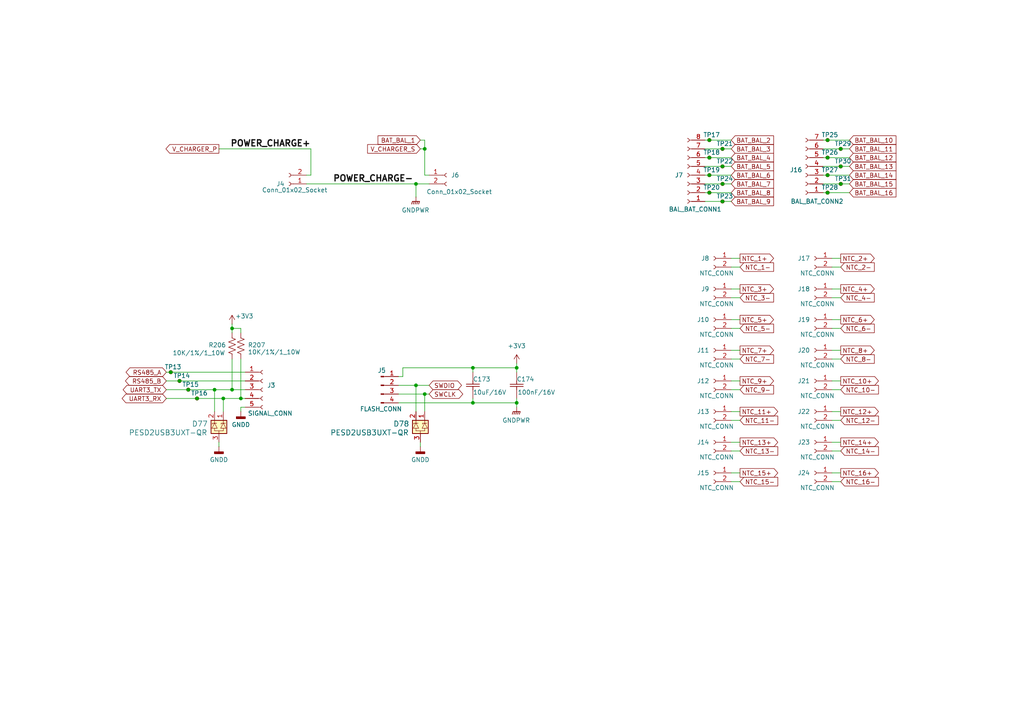
<source format=kicad_sch>
(kicad_sch (version 20231120) (generator "eeschema") (generator_version "8.0")
  (paper "A4")
  (title_block (title "CONNECTOR") (date "2024-09-04"))
  (lib_symbols
    (symbol "Ceramic_Cap_SMD_100nF_16V_3" (pin_numbers hide) (pin_names hide)
      (property "Reference" "C" (at 1.016 2.794 0))
      (property "Value" "100nF/16V" (at 0.254 5.334 0))
      (symbol "Ceramic_Cap_SMD_100nF_16V_3_1_1"
        (polyline (pts (xy 1.27 0) (xy 2.2098 0)) (stroke (width 0.2032)))
        (polyline (pts (xy 2.2098 -1.905) (xy 2.2098 1.905)) (stroke (width 0.2032)))
        (polyline (pts (xy 2.8448 -1.905) (xy 2.8448 1.905)) (stroke (width 0.2032)))
        (polyline (pts (xy 2.8448 0) (xy 3.81 0)) (stroke (width 0.2032)))
        (pin unspecified line (at -1.27 0 0) (length 2.54) (name "") (number "1"))
        (pin unspecified line (at 6.35 0 180) (length 2.54) (name "") (number "2"))
      )
    )
    (symbol "Connector:Conn_01x02_Socket" (pin_names (offset 1.016) hide)
      (property "Reference" "J" (at 0 2.54 0))
      (property "Value" "Conn_01x02_Socket" (at 0 -5.08 0))
      (symbol "Conn_01x02_Socket_1_1"
        (arc (start 0 -2.032) (mid -0.5058 -2.54) (end 0 -3.048) (stroke (width 0.1524)))
        (polyline (pts (xy -1.27 -2.54) (xy -0.508 -2.54)) (stroke (width 0.1524)))
        (polyline (pts (xy -1.27 0) (xy -0.508 0)) (stroke (width 0.1524)))
        (arc (start 0 0.508) (mid -0.5058 0) (end 0 -0.508) (stroke (width 0.1524)))
        (pin passive line (at -5.08 0 0) (length 3.81) (name "Pin_1") (number "1"))
        (pin passive line (at -5.08 -2.54 0) (length 3.81) (name "Pin_2") (number "2"))
      )
    )
    (symbol "Connector:Conn_01x04_Pin" (pin_names (offset 1.016) hide)
      (property "Reference" "J" (at 0 5.08 0))
      (property "Value" "Conn_01x04_Pin" (at 0 -7.62 0))
      (symbol "Conn_01x04_Pin_1_1"
        (polyline (pts (xy 1.27 -5.08) (xy 0.8636 -5.08)) (stroke (width 0.1524)))
        (polyline (pts (xy 1.27 -2.54) (xy 0.8636 -2.54)) (stroke (width 0.1524)))
        (polyline (pts (xy 1.27 0) (xy 0.8636 0)) (stroke (width 0.1524)))
        (polyline (pts (xy 1.27 2.54) (xy 0.8636 2.54)) (stroke (width 0.1524)))
        (rectangle (start 0.8636 -4.953) (end 0 -5.207) (stroke (width 0.1524)) (fill (type outline)))
        (rectangle (start 0.8636 -2.413) (end 0 -2.667) (stroke (width 0.1524)) (fill (type outline)))
        (rectangle (start 0.8636 0.127) (end 0 -0.127) (stroke (width 0.1524)) (fill (type outline)))
        (rectangle (start 0.8636 2.667) (end 0 2.413) (stroke (width 0.1524)) (fill (type outline)))
        (pin passive line (at 5.08 2.54 180) (length 3.81) (name "Pin_1") (number "1"))
        (pin passive line (at 5.08 0 180) (length 3.81) (name "Pin_2") (number "2"))
        (pin passive line (at 5.08 -2.54 180) (length 3.81) (name "Pin_3") (number "3"))
        (pin passive line (at 5.08 -5.08 180) (length 3.81) (name "Pin_4") (number "4"))
      )
    )
    (symbol "Connector:Conn_01x05_Socket" (pin_names (offset 1.016) hide)
      (property "Reference" "J" (at 0 7.62 0))
      (property "Value" "Conn_01x05_Socket" (at 0 -7.62 0))
      (symbol "Conn_01x05_Socket_1_1"
        (arc (start 0 -4.572) (mid -0.5058 -5.08) (end 0 -5.588) (stroke (width 0.1524)))
        (arc (start 0 -2.032) (mid -0.5058 -2.54) (end 0 -3.048) (stroke (width 0.1524)))
        (polyline (pts (xy -1.27 -5.08) (xy -0.508 -5.08)) (stroke (width 0.1524)))
        (polyline (pts (xy -1.27 -2.54) (xy -0.508 -2.54)) (stroke (width 0.1524)))
        (polyline (pts (xy -1.27 0) (xy -0.508 0)) (stroke (width 0.1524)))
        (polyline (pts (xy -1.27 2.54) (xy -0.508 2.54)) (stroke (width 0.1524)))
        (polyline (pts (xy -1.27 5.08) (xy -0.508 5.08)) (stroke (width 0.1524)))
        (arc (start 0 0.508) (mid -0.5058 0) (end 0 -0.508) (stroke (width 0.1524)))
        (arc (start 0 3.048) (mid -0.5058 2.54) (end 0 2.032) (stroke (width 0.1524)))
        (arc (start 0 5.588) (mid -0.5058 5.08) (end 0 4.572) (stroke (width 0.1524)))
        (pin passive line (at -5.08 5.08 0) (length 3.81) (name "Pin_1") (number "1"))
        (pin passive line (at -5.08 2.54 0) (length 3.81) (name "Pin_2") (number "2"))
        (pin passive line (at -5.08 0 0) (length 3.81) (name "Pin_3") (number "3"))
        (pin passive line (at -5.08 -2.54 0) (length 3.81) (name "Pin_4") (number "4"))
        (pin passive line (at -5.08 -5.08 0) (length 3.81) (name "Pin_5") (number "5"))
      )
    )
    (symbol "Connector:Conn_01x07_Socket" (pin_names (offset 1.016) hide)
      (property "Reference" "J" (at 0 10.16 0))
      (property "Value" "Conn_01x07_Socket" (at 0 -10.16 0))
      (symbol "Conn_01x07_Socket_1_1"
        (arc (start 0 -7.112) (mid -0.5058 -7.62) (end 0 -8.128) (stroke (width 0.1524)))
        (arc (start 0 -4.572) (mid -0.5058 -5.08) (end 0 -5.588) (stroke (width 0.1524)))
        (arc (start 0 -2.032) (mid -0.5058 -2.54) (end 0 -3.048) (stroke (width 0.1524)))
        (polyline (pts (xy -1.27 -7.62) (xy -0.508 -7.62)) (stroke (width 0.1524)))
        (polyline (pts (xy -1.27 -5.08) (xy -0.508 -5.08)) (stroke (width 0.1524)))
        (polyline (pts (xy -1.27 -2.54) (xy -0.508 -2.54)) (stroke (width 0.1524)))
        (polyline (pts (xy -1.27 0) (xy -0.508 0)) (stroke (width 0.1524)))
        (polyline (pts (xy -1.27 2.54) (xy -0.508 2.54)) (stroke (width 0.1524)))
        (polyline (pts (xy -1.27 5.08) (xy -0.508 5.08)) (stroke (width 0.1524)))
        (polyline (pts (xy -1.27 7.62) (xy -0.508 7.62)) (stroke (width 0.1524)))
        (arc (start 0 0.508) (mid -0.5058 0) (end 0 -0.508) (stroke (width 0.1524)))
        (arc (start 0 3.048) (mid -0.5058 2.54) (end 0 2.032) (stroke (width 0.1524)))
        (arc (start 0 5.588) (mid -0.5058 5.08) (end 0 4.572) (stroke (width 0.1524)))
        (arc (start 0 8.128) (mid -0.5058 7.62) (end 0 7.112) (stroke (width 0.1524)))
        (pin passive line (at -5.08 7.62 0) (length 3.81) (name "Pin_1") (number "1"))
        (pin passive line (at -5.08 5.08 0) (length 3.81) (name "Pin_2") (number "2"))
        (pin passive line (at -5.08 2.54 0) (length 3.81) (name "Pin_3") (number "3"))
        (pin passive line (at -5.08 0 0) (length 3.81) (name "Pin_4") (number "4"))
        (pin passive line (at -5.08 -2.54 0) (length 3.81) (name "Pin_5") (number "5"))
        (pin passive line (at -5.08 -5.08 0) (length 3.81) (name "Pin_6") (number "6"))
        (pin passive line (at -5.08 -7.62 0) (length 3.81) (name "Pin_7") (number "7"))
      )
    )
    (symbol "Connector:Conn_01x08_Socket" (pin_names (offset 1.016) hide)
      (property "Reference" "J" (at 0 10.16 0))
      (property "Value" "Conn_01x08_Socket" (at 0 -12.7 0))
      (symbol "Conn_01x08_Socket_1_1"
        (arc (start 0 -9.652) (mid -0.5058 -10.16) (end 0 -10.668) (stroke (width 0.1524)))
        (arc (start 0 -7.112) (mid -0.5058 -7.62) (end 0 -8.128) (stroke (width 0.1524)))
        (arc (start 0 -4.572) (mid -0.5058 -5.08) (end 0 -5.588) (stroke (width 0.1524)))
        (arc (start 0 -2.032) (mid -0.5058 -2.54) (end 0 -3.048) (stroke (width 0.1524)))
        (polyline (pts (xy -1.27 -10.16) (xy -0.508 -10.16)) (stroke (width 0.1524)))
        (polyline (pts (xy -1.27 -7.62) (xy -0.508 -7.62)) (stroke (width 0.1524)))
        (polyline (pts (xy -1.27 -5.08) (xy -0.508 -5.08)) (stroke (width 0.1524)))
        (polyline (pts (xy -1.27 -2.54) (xy -0.508 -2.54)) (stroke (width 0.1524)))
        (polyline (pts (xy -1.27 0) (xy -0.508 0)) (stroke (width 0.1524)))
        (polyline (pts (xy -1.27 2.54) (xy -0.508 2.54)) (stroke (width 0.1524)))
        (polyline (pts (xy -1.27 5.08) (xy -0.508 5.08)) (stroke (width 0.1524)))
        (polyline (pts (xy -1.27 7.62) (xy -0.508 7.62)) (stroke (width 0.1524)))
        (arc (start 0 0.508) (mid -0.5058 0) (end 0 -0.508) (stroke (width 0.1524)))
        (arc (start 0 3.048) (mid -0.5058 2.54) (end 0 2.032) (stroke (width 0.1524)))
        (arc (start 0 5.588) (mid -0.5058 5.08) (end 0 4.572) (stroke (width 0.1524)))
        (arc (start 0 8.128) (mid -0.5058 7.62) (end 0 7.112) (stroke (width 0.1524)))
        (pin passive line (at -5.08 7.62 0) (length 3.81) (name "Pin_1") (number "1"))
        (pin passive line (at -5.08 5.08 0) (length 3.81) (name "Pin_2") (number "2"))
        (pin passive line (at -5.08 2.54 0) (length 3.81) (name "Pin_3") (number "3"))
        (pin passive line (at -5.08 0 0) (length 3.81) (name "Pin_4") (number "4"))
        (pin passive line (at -5.08 -2.54 0) (length 3.81) (name "Pin_5") (number "5"))
        (pin passive line (at -5.08 -5.08 0) (length 3.81) (name "Pin_6") (number "6"))
        (pin passive line (at -5.08 -7.62 0) (length 3.81) (name "Pin_7") (number "7"))
        (pin passive line (at -5.08 -10.16 0) (length 3.81) (name "Pin_8") (number "8"))
      )
    )
    (symbol "Connector:TestPoint_Small" (pin_numbers hide) (pin_names (offset 0.762) hide)
      (property "Reference" "TP" (at 0 3.81 0))
      (property "Value" "TestPoint_Small" (at 0 2.032 0))
      (symbol "TestPoint_Small_0_1"
        (circle (center 0 0) (radius 0.508))
      )
      (symbol "TestPoint_Small_1_1"
        (pin passive line (at 0 0 90) (length 0) (name "1") (number "1"))
      )
    )
    (symbol "charge_battery_sym_lib:Ceramic_Cap_SMD_10uF_16V" (pin_numbers hide) (pin_names hide)
      (property "Reference" "C" (at 2.286 2.794 0))
      (property "Value" "10uF/16V" (at 0.254 5.334 0))
      (symbol "Ceramic_Cap_SMD_10uF_16V_1_1"
        (polyline (pts (xy 2.54 0) (xy 3.4798 0)) (stroke (width 0.2032)))
        (polyline (pts (xy 3.4798 -1.905) (xy 3.4798 1.905)) (stroke (width 0.2032)))
        (polyline (pts (xy 4.1148 -1.905) (xy 4.1148 1.905)) (stroke (width 0.2032)))
        (polyline (pts (xy 4.1148 0) (xy 5.08 0)) (stroke (width 0.2032)))
        (pin unspecified line (at 0 0 0) (length 2.54) (name "") (number "1"))
        (pin unspecified line (at 7.62 0 180) (length 2.54) (name "") (number "2"))
      )
    )
    (symbol "charge_battery_sym_lib:PESD2USB3UXT-QR" (pin_names (offset 0.254))
      (property "Reference" "D" (at 1.524 6.096 0))
      (property "Value" "PESD2USB3UXT-QR" (at 3.048 -2.032 0))
      (symbol "PESD2USB3UXT-QR_0_1"
        (polyline (pts (xy 0 1.27) (xy 0.762 1.27)) (stroke (width 0.127)))
        (polyline (pts (xy 0.762 1.27) (xy 2.286 0.508)) (stroke (width 0.127)))
        (polyline (pts (xy 0.762 3.81) (xy 0 3.81)) (stroke (width 0.127)))
        (polyline (pts (xy 0.762 3.81) (xy 2.286 3.048)) (stroke (width 0.127)))
        (polyline (pts (xy 0.8255 0.635) (xy 0.8255 1.905)) (stroke (width 0.127)))
        (polyline (pts (xy 0.8255 0.635) (xy 1.143 0.635)) (stroke (width 0.127)))
        (polyline (pts (xy 0.8255 3.175) (xy 0.8255 4.445)) (stroke (width 0.127)))
        (polyline (pts (xy 0.8255 3.175) (xy 1.143 3.175)) (stroke (width 0.127)))
        (polyline (pts (xy 2.286 0.508) (xy 2.286 2.032)) (stroke (width 0.127)))
        (polyline (pts (xy 2.286 1.27) (xy 3.048 1.27)) (stroke (width 0.127)))
        (polyline (pts (xy 2.286 2.032) (xy 0.762 1.27)) (stroke (width 0.127)))
        (polyline (pts (xy 2.286 3.048) (xy 2.286 4.572)) (stroke (width 0.127)))
        (polyline (pts (xy 2.286 3.81) (xy 3.048 3.81)) (stroke (width 0.127)))
        (polyline (pts (xy 2.286 4.572) (xy 0.762 3.81)) (stroke (width 0.127)))
        (polyline (pts (xy 3.048 1.27) (xy 3.048 3.81)) (stroke (width 0.127)))
        (polyline (pts (xy 3.048 2.54) (xy 3.81 2.54)) (stroke (width 0.127)))
        (pin unspecified line (at -2.54 3.81 0) (length 2.54) (name "") (number "1"))
        (pin unspecified line (at -2.54 1.27 0) (length 2.54) (name "") (number "2"))
        (pin unspecified line (at 6.35 2.54 180) (length 2.54) (name "") (number "3"))
      )
      (symbol "PESD2USB3UXT-QR_1_1"
        (rectangle (start 0 4.826) (end 3.81 0.254) (stroke (width 0.254)) (fill (type background)))
      )
    )
    (symbol "charge_battery_sym_lib:Res_10K_0603_1%" (pin_numbers hide) (pin_names hide)
      (property "Reference" "R" (at 2.794 3.81 0))
      (property "Value" "10K/1%/1_10W" (at 4.064 -2.54 0))
      (symbol "Res_10K_0603_1%_0_1"
        (polyline (pts (xy 1.524 0) (xy 1.27 0)))
        (polyline (pts (xy 6.096 0) (xy 6.35 0)))
        (polyline (pts (xy 1.524 0) (xy 1.905 1.016) (xy 2.286 0) (xy 2.667 -1.016) (xy 3.048 0)))
        (polyline (pts (xy 3.048 0) (xy 3.429 1.016) (xy 3.81 0) (xy 4.191 -1.016) (xy 4.572 0)))
        (polyline (pts (xy 4.572 0) (xy 4.953 1.016) (xy 5.334 0) (xy 5.715 -1.016) (xy 6.096 0)))
      )
      (symbol "Res_10K_0603_1%_1_1"
        (pin passive line (at 0 0 0) (length 1.27) (name "~") (number "1"))
        (pin passive line (at 7.62 0 180) (length 1.27) (name "~") (number "2"))
      )
    )
    (symbol "power:+3V3" (power) (pin_numbers hide) (pin_names (offset 0) hide)
      (property "Value" "+3V3" (at 0 3.556 0))
      (symbol "+3V3_0_1"
        (polyline (pts (xy -0.762 1.27) (xy 0 2.54)))
        (polyline (pts (xy 0 0) (xy 0 2.54)))
        (polyline (pts (xy 0 2.54) (xy 0.762 1.27)))
      )
      (symbol "+3V3_1_1"
        (pin power_in line (at 0 0 90) (length 0) (name "~") (number "1"))
      )
    )
    (symbol "power:GNDD" (power) (pin_numbers hide) (pin_names (offset 0) hide)
      (property "Value" "GNDD" (at 0 -3.175 0))
      (symbol "GNDD_0_1"
        (rectangle (start -1.27 -1.524) (end 1.27 -2.032) (stroke (width 0.254)) (fill (type outline)))
        (polyline (pts (xy 0 0) (xy 0 -1.524)))
      )
      (symbol "GNDD_1_1"
        (pin power_in line (at 0 0 270) (length 0) (name "~") (number "1"))
      )
    )
    (symbol "power:GNDPWR" (power) (pin_numbers hide) (pin_names (offset 0) hide)
      (property "Value" "GNDPWR" (at 0 -3.302 0))
      (symbol "GNDPWR_0_1"
        (polyline (pts (xy 0 -1.27) (xy 0 0)))
        (polyline (pts (xy -1.016 -1.27) (xy -1.27 -2.032) (xy -1.27 -2.032)) (stroke (width 0.2032)))
        (polyline (pts (xy -0.508 -1.27) (xy -0.762 -2.032) (xy -0.762 -2.032)) (stroke (width 0.2032)))
        (polyline (pts (xy 0 -1.27) (xy -0.254 -2.032) (xy -0.254 -2.032)) (stroke (width 0.2032)))
        (polyline (pts (xy 0.508 -1.27) (xy 0.254 -2.032) (xy 0.254 -2.032)) (stroke (width 0.2032)))
        (polyline (pts (xy 1.016 -1.27) (xy -1.016 -1.27) (xy -1.016 -1.27)) (stroke (width 0.2032)))
        (polyline (pts (xy 1.016 -1.27) (xy 0.762 -2.032) (xy 0.762 -2.032) (xy 0.762 -2.032)) (stroke (width 0.2032)))
      )
      (symbol "GNDPWR_1_1"
        (pin power_in line (at 0 0 270) (length 0) (name "~") (number "1"))
      )
    )
  )
  (junction (at 209.55 48.26))
  (junction (at 240.03 45.72))
  (junction (at 67.31 95.25))
  (junction (at 123.19 114.3))
  (junction (at 240.03 50.8))
  (junction (at 243.84 43.18))
  (junction (at 205.74 45.72))
  (junction (at 205.74 40.64))
  (junction (at 209.5712 53.34))
  (junction (at 67.31 113.03))
  (junction (at 240.03 55.88))
  (junction (at 62.23 113.03))
  (junction (at 57.15 115.57))
  (junction (at 120.65 111.76))
  (junction (at 54.61 113.03))
  (junction (at 49.53 107.95))
  (junction (at 137.16 106.68))
  (junction (at 205.74 50.8))
  (junction (at 137.16 116.84))
  (junction (at 243.8612 53.34))
  (junction (at 149.86 106.68))
  (junction (at 209.55 58.42))
  (junction (at 240.03 40.64))
  (junction (at 120.65 53.34))
  (junction (at 243.84 48.26))
  (junction (at 69.85 115.57))
  (junction (at 52.07 110.49))
  (junction (at 209.55 43.18))
  (junction (at 205.74 55.88))
  (junction (at 123.19 43.18))
  (junction (at 149.86 116.84))
  (junction (at 64.77 115.57))
  (wire (pts (xy 214.63 110.49) (xy 212.09 110.49)))
  (wire (pts (xy 241.3 104.14) (xy 243.84 104.14)))
  (wire (pts (xy 243.84 101.6) (xy 241.3 101.6)))
  (wire (pts (xy 241.3 139.7) (xy 243.84 139.7)))
  (wire (pts (xy 212.09 50.8) (xy 205.74 50.8)))
  (wire (pts (xy 240.03 45.72) (xy 238.76 45.72)))
  (wire (pts (xy 90.17 50.8) (xy 88.9 50.8)))
  (wire (pts (xy 212.09 113.03) (xy 214.63 113.03)))
  (wire (pts (xy 62.23 113.03) (xy 62.23 119.38)))
  (wire (pts (xy 212.09 104.14) (xy 214.63 104.14)))
  (wire (pts (xy 49.53 107.95) (xy 71.12 107.95)))
  (wire (pts (xy 246.38 45.72) (xy 240.03 45.72)))
  (wire (pts (xy 214.63 74.93) (xy 212.09 74.93)))
  (wire (pts (xy 212.09 40.64) (xy 205.74 40.64)))
  (wire (pts (xy 90.17 43.18) (xy 90.17 50.8)))
  (wire (pts (xy 123.19 43.18) (xy 123.19 50.8)))
  (wire (pts (xy 212.09 95.25) (xy 214.63 95.25)))
  (wire (pts (xy 209.5712 53.34) (xy 204.47 53.34)))
  (wire (pts (xy 137.16 116.84) (xy 149.86 116.84)))
  (wire (pts (xy 209.55 48.26) (xy 204.47 48.26)))
  (wire (pts (xy 52.07 110.49) (xy 71.12 110.49)))
  (wire (pts (xy 64.77 115.57) (xy 64.77 119.38)))
  (wire (pts (xy 123.19 114.3) (xy 123.19 119.38)))
  (wire (pts (xy 48.26 113.03) (xy 54.61 113.03)))
  (wire (pts (xy 115.57 114.3) (xy 123.19 114.3)))
  (wire (pts (xy 63.5 43.18) (xy 90.17 43.18)))
  (wire (pts (xy 214.63 101.6) (xy 212.09 101.6)))
  (wire (pts (xy 67.31 95.25) (xy 69.85 95.25)))
  (wire (pts (xy 120.65 53.34) (xy 124.46 53.34)))
  (wire (pts (xy 116.84 106.68) (xy 116.84 109.22)))
  (wire (pts (xy 246.38 50.8) (xy 240.03 50.8)))
  (wire (pts (xy 57.15 115.57) (xy 64.77 115.57)))
  (wire (pts (xy 69.85 96.52) (xy 69.85 95.25)))
  (wire (pts (xy 120.65 111.76) (xy 124.46 111.76)))
  (wire (pts (xy 69.85 118.11) (xy 69.85 119.38)))
  (wire (pts (xy 62.23 113.03) (xy 67.31 113.03)))
  (wire (pts (xy 243.84 43.18) (xy 238.76 43.18)))
  (wire (pts (xy 120.65 53.34) (xy 120.65 57.15)))
  (wire (pts (xy 115.57 116.84) (xy 137.16 116.84)))
  (wire (pts (xy 67.31 93.98) (xy 67.31 95.25)))
  (wire (pts (xy 246.38 40.64) (xy 240.03 40.64)))
  (wire (pts (xy 212.09 43.18) (xy 209.55 43.18)))
  (wire (pts (xy 241.3 130.81) (xy 243.84 130.81)))
  (wire (pts (xy 121.92 129.54) (xy 121.92 128.27)))
  (wire (pts (xy 48.26 110.49) (xy 52.07 110.49)))
  (wire (pts (xy 212.09 58.42) (xy 209.55 58.42)))
  (wire (pts (xy 48.26 107.95) (xy 49.53 107.95)))
  (wire (pts (xy 214.63 92.71) (xy 212.09 92.71)))
  (wire (pts (xy 240.03 50.8) (xy 238.76 50.8)))
  (wire (pts (xy 214.63 137.16) (xy 212.09 137.16)))
  (wire (pts (xy 149.86 116.84) (xy 149.86 115.57)))
  (wire (pts (xy 123.19 114.3) (xy 124.46 114.3)))
  (wire (pts (xy 243.84 128.27) (xy 241.3 128.27)))
  (wire (pts (xy 69.85 118.11) (xy 71.12 118.11)))
  (wire (pts (xy 123.19 40.64) (xy 123.19 43.18)))
  (wire (pts (xy 246.38 55.88) (xy 240.03 55.88)))
  (wire (pts (xy 205.74 45.72) (xy 204.47 45.72)))
  (wire (pts (xy 123.19 50.8) (xy 124.46 50.8)))
  (wire (pts (xy 115.57 111.76) (xy 120.65 111.76)))
  (wire (pts (xy 54.61 113.03) (xy 62.23 113.03)))
  (wire (pts (xy 121.92 43.18) (xy 123.19 43.18)))
  (wire (pts (xy 246.38 48.26) (xy 243.84 48.26)))
  (wire (pts (xy 241.3 121.92) (xy 243.84 121.92)))
  (wire (pts (xy 240.03 40.64) (xy 238.76 40.64)))
  (wire (pts (xy 246.38 43.18) (xy 243.84 43.18)))
  (wire (pts (xy 120.65 111.76) (xy 120.65 119.38)))
  (wire (pts (xy 64.77 115.57) (xy 69.85 115.57)))
  (wire (pts (xy 243.8612 53.34) (xy 238.76 53.34)))
  (wire (pts (xy 212.09 53.34) (xy 209.5712 53.34)))
  (wire (pts (xy 212.09 55.88) (xy 205.74 55.88)))
  (wire (pts (xy 214.63 83.82) (xy 212.09 83.82)))
  (wire (pts (xy 69.85 104.14) (xy 69.85 115.57)))
  (wire (pts (xy 121.92 40.64) (xy 123.19 40.64)))
  (wire (pts (xy 212.09 121.92) (xy 214.63 121.92)))
  (wire (pts (xy 241.3 77.47) (xy 243.84 77.47)))
  (wire (pts (xy 243.84 92.71) (xy 241.3 92.71)))
  (wire (pts (xy 116.84 109.22) (xy 115.57 109.22)))
  (wire (pts (xy 243.84 110.49) (xy 241.3 110.49)))
  (wire (pts (xy 149.86 106.68) (xy 149.86 107.95)))
  (wire (pts (xy 243.84 83.82) (xy 241.3 83.82)))
  (wire (pts (xy 243.84 137.16) (xy 241.3 137.16)))
  (wire (pts (xy 214.63 128.27) (xy 212.09 128.27)))
  (wire (pts (xy 205.74 40.64) (xy 204.47 40.64)))
  (wire (pts (xy 137.16 106.68) (xy 149.86 106.68)))
  (wire (pts (xy 205.74 50.8) (xy 204.47 50.8)))
  (wire (pts (xy 137.16 106.68) (xy 137.16 107.95)))
  (wire (pts (xy 212.09 139.7) (xy 214.63 139.7)))
  (wire (pts (xy 212.09 77.47) (xy 214.63 77.47)))
  (wire (pts (xy 209.55 43.18) (xy 204.47 43.18)))
  (wire (pts (xy 212.09 86.36) (xy 214.63 86.36)))
  (wire (pts (xy 67.31 95.25) (xy 67.31 96.52)))
  (wire (pts (xy 212.09 45.72) (xy 205.74 45.72)))
  (wire (pts (xy 88.9 53.34) (xy 120.65 53.34)))
  (wire (pts (xy 205.74 55.88) (xy 204.47 55.88)))
  (wire (pts (xy 243.84 119.38) (xy 241.3 119.38)))
  (wire (pts (xy 149.86 105.41) (xy 149.86 106.68)))
  (wire (pts (xy 116.84 106.68) (xy 137.16 106.68)))
  (wire (pts (xy 63.5 129.54) (xy 63.5 128.27)))
  (wire (pts (xy 212.09 130.81) (xy 214.63 130.81)))
  (wire (pts (xy 243.84 74.93) (xy 241.3 74.93)))
  (wire (pts (xy 209.55 58.42) (xy 204.47 58.42)))
  (wire (pts (xy 67.31 113.03) (xy 71.12 113.03)))
  (wire (pts (xy 212.09 48.26) (xy 209.55 48.26)))
  (wire (pts (xy 69.85 115.57) (xy 71.12 115.57)))
  (wire (pts (xy 137.16 115.57) (xy 137.16 116.84)))
  (wire (pts (xy 241.3 86.36) (xy 243.84 86.36)))
  (wire (pts (xy 48.26 115.57) (xy 57.15 115.57)))
  (wire (pts (xy 67.31 104.14) (xy 67.31 113.03)))
  (wire (pts (xy 241.3 95.25) (xy 243.84 95.25)))
  (wire (pts (xy 246.38 53.34) (xy 243.8612 53.34)))
  (wire (pts (xy 149.86 118.11) (xy 149.86 116.84)))
  (wire (pts (xy 214.63 119.38) (xy 212.09 119.38)))
  (wire (pts (xy 240.03 55.88) (xy 238.76 55.88)))
  (wire (pts (xy 241.3 113.03) (xy 243.84 113.03)))
  (wire (pts (xy 243.84 48.26) (xy 238.76 48.26)))
  (label "POWER_CHARGE+" (at 90.17 43.18 180) (effects (font (size 1.778 1.778) (thickness 0.3556) (bold yes))))
  (label "POWER_CHARGE-" (at 96.52 53.34 0) (effects (font (size 1.778 1.778) (thickness 0.3556) (bold yes))))
  (global_label "BAT_BAL_1" (shape input) (at 121.92 40.64 180) (property "Intersheetrefs" "${INTERSHEET_REFS}" (effects (hide yes))))
  (global_label "V_CHARGER_P" (shape output) (at 63.5 43.18 180) (property "Intersheetrefs" "${INTERSHEET_REFS}" (effects (hide yes))))
  (global_label "UART3_RX" (shape bidirectional) (at 48.26 115.57 180) (property "Intersheetrefs" "${INTERSHEET_REFS}" (effects (hide yes))))
  (global_label "NTC_9-" (shape input) (at 214.63 113.03 0) (property "Intersheetrefs" "${INTERSHEET_REFS}" (effects (hide yes))))
  (global_label "NTC_7+" (shape output) (at 214.63 101.6 0) (property "Intersheetrefs" "${INTERSHEET_REFS}" (effects (hide yes))))
  (global_label "BAT_BAL_15" (shape input) (at 246.38 53.34 0) (property "Intersheetrefs" "${INTERSHEET_REFS}" (effects (hide yes))))
  (global_label "NTC_6+" (shape output) (at 243.84 92.71 0) (property "Intersheetrefs" "${INTERSHEET_REFS}" (effects (hide yes))))
  (global_label "SWCLK" (shape bidirectional) (at 124.46 114.3 0) (property "Intersheetrefs" "${INTERSHEET_REFS}" (effects (hide yes))))
  (global_label "NTC_2+" (shape output) (at 243.84 74.93 0) (property "Intersheetrefs" "${INTERSHEET_REFS}" (effects (hide yes))))
  (global_label "BAT_BAL_3" (shape input) (at 212.09 43.18 0) (property "Intersheetrefs" "${INTERSHEET_REFS}" (effects (hide yes))))
  (global_label "NTC_16+" (shape output) (at 243.84 137.16 0) (property "Intersheetrefs" "${INTERSHEET_REFS}" (effects (hide yes))))
  (global_label "NTC_9+" (shape output) (at 214.63 110.49 0) (property "Intersheetrefs" "${INTERSHEET_REFS}" (effects (hide yes))))
  (global_label "UART3_TX" (shape bidirectional) (at 48.26 113.03 180) (property "Intersheetrefs" "${INTERSHEET_REFS}" (effects (hide yes))))
  (global_label "NTC_14-" (shape input) (at 243.84 130.81 0) (property "Intersheetrefs" "${INTERSHEET_REFS}" (effects (hide yes))))
  (global_label "RS485_B" (shape bidirectional) (at 48.26 110.49 180) (property "Intersheetrefs" "${INTERSHEET_REFS}" (effects (hide yes))))
  (global_label "NTC_13+" (shape output) (at 214.63 128.27 0) (property "Intersheetrefs" "${INTERSHEET_REFS}" (effects (hide yes))))
  (global_label "NTC_4+" (shape output) (at 243.84 83.82 0) (property "Intersheetrefs" "${INTERSHEET_REFS}" (effects (hide yes))))
  (global_label "NTC_5+" (shape output) (at 214.63 92.71 0) (property "Intersheetrefs" "${INTERSHEET_REFS}" (effects (hide yes))))
  (global_label "NTC_3-" (shape input) (at 214.63 86.36 0) (property "Intersheetrefs" "${INTERSHEET_REFS}" (effects (hide yes))))
  (global_label "BAT_BAL_10" (shape input) (at 246.38 40.64 0) (property "Intersheetrefs" "${INTERSHEET_REFS}" (effects (hide yes))))
  (global_label "NTC_7-" (shape input) (at 214.63 104.14 0) (property "Intersheetrefs" "${INTERSHEET_REFS}" (effects (hide yes))))
  (global_label "BAT_BAL_14" (shape input) (at 246.38 50.8 0) (property "Intersheetrefs" "${INTERSHEET_REFS}" (effects (hide yes))))
  (global_label "BAT_BAL_16" (shape input) (at 246.38 55.88 0) (property "Intersheetrefs" "${INTERSHEET_REFS}" (effects (hide yes))))
  (global_label "SWDIO" (shape bidirectional) (at 124.46 111.76 0) (property "Intersheetrefs" "${INTERSHEET_REFS}" (effects (hide yes))))
  (global_label "BAT_BAL_2" (shape input) (at 212.09 40.64 0) (property "Intersheetrefs" "${INTERSHEET_REFS}" (effects (hide yes))))
  (global_label "NTC_15-" (shape input) (at 214.63 139.7 0) (property "Intersheetrefs" "${INTERSHEET_REFS}" (effects (hide yes))))
  (global_label "NTC_1-" (shape input) (at 214.63 77.47 0) (property "Intersheetrefs" "${INTERSHEET_REFS}" (effects (hide yes))))
  (global_label "NTC_16-" (shape input) (at 243.84 139.7 0) (property "Intersheetrefs" "${INTERSHEET_REFS}" (effects (hide yes))))
  (global_label "NTC_10-" (shape input) (at 243.84 113.03 0) (property "Intersheetrefs" "${INTERSHEET_REFS}" (effects (hide yes))))
  (global_label "NTC_2-" (shape input) (at 243.84 77.47 0) (property "Intersheetrefs" "${INTERSHEET_REFS}" (effects (hide yes))))
  (global_label "NTC_12+" (shape output) (at 243.84 119.38 0) (property "Intersheetrefs" "${INTERSHEET_REFS}" (effects (hide yes))))
  (global_label "NTC_15+" (shape output) (at 214.63 137.16 0) (property "Intersheetrefs" "${INTERSHEET_REFS}" (effects (hide yes))))
  (global_label "BAT_BAL_13" (shape input) (at 246.38 48.26 0) (property "Intersheetrefs" "${INTERSHEET_REFS}" (effects (hide yes))))
  (global_label "NTC_11-" (shape input) (at 214.63 121.92 0) (property "Intersheetrefs" "${INTERSHEET_REFS}" (effects (hide yes))))
  (global_label "NTC_4-" (shape input) (at 243.84 86.36 0) (property "Intersheetrefs" "${INTERSHEET_REFS}" (effects (hide yes))))
  (global_label "NTC_13-" (shape input) (at 214.63 130.81 0) (property "Intersheetrefs" "${INTERSHEET_REFS}" (effects (hide yes))))
  (global_label "NTC_14+" (shape output) (at 243.84 128.27 0) (property "Intersheetrefs" "${INTERSHEET_REFS}" (effects (hide yes))))
  (global_label "V_CHARGER_S" (shape input) (at 121.92 43.18 180) (property "Intersheetrefs" "${INTERSHEET_REFS}" (effects (hide yes))))
  (global_label "NTC_10+" (shape output) (at 243.84 110.49 0) (property "Intersheetrefs" "${INTERSHEET_REFS}" (effects (hide yes))))
  (global_label "NTC_5-" (shape input) (at 214.63 95.25 0) (property "Intersheetrefs" "${INTERSHEET_REFS}" (effects (hide yes))))
  (global_label "NTC_6-" (shape input) (at 243.84 95.25 0) (property "Intersheetrefs" "${INTERSHEET_REFS}" (effects (hide yes))))
  (global_label "BAT_BAL_11" (shape input) (at 246.38 43.18 0) (property "Intersheetrefs" "${INTERSHEET_REFS}" (effects (hide yes))))
  (global_label "NTC_1+" (shape output) (at 214.63 74.93 0) (property "Intersheetrefs" "${INTERSHEET_REFS}" (effects (hide yes))))
  (global_label "NTC_8-" (shape input) (at 243.84 104.14 0) (property "Intersheetrefs" "${INTERSHEET_REFS}" (effects (hide yes))))
  (global_label "NTC_8+" (shape output) (at 243.84 101.6 0) (property "Intersheetrefs" "${INTERSHEET_REFS}" (effects (hide yes))))
  (global_label "NTC_12-" (shape input) (at 243.84 121.92 0) (property "Intersheetrefs" "${INTERSHEET_REFS}" (effects (hide yes))))
  (global_label "NTC_3+" (shape output) (at 214.63 83.82 0) (property "Intersheetrefs" "${INTERSHEET_REFS}" (effects (hide yes))))
  (global_label "BAT_BAL_8" (shape input) (at 212.09 55.88 0) (property "Intersheetrefs" "${INTERSHEET_REFS}" (effects (hide yes))))
  (global_label "BAT_BAL_12" (shape input) (at 246.38 45.72 0) (property "Intersheetrefs" "${INTERSHEET_REFS}" (effects (hide yes))))
  (global_label "RS485_A" (shape bidirectional) (at 48.26 107.95 180) (property "Intersheetrefs" "${INTERSHEET_REFS}" (effects (hide yes))))
  (global_label "BAT_BAL_7" (shape input) (at 212.09 53.34 0) (property "Intersheetrefs" "${INTERSHEET_REFS}" (effects (hide yes))))
  (global_label "BAT_BAL_5" (shape input) (at 212.09 48.26 0) (property "Intersheetrefs" "${INTERSHEET_REFS}" (effects (hide yes))))
  (global_label "BAT_BAL_4" (shape input) (at 212.09 45.72 0) (property "Intersheetrefs" "${INTERSHEET_REFS}" (effects (hide yes))))
  (global_label "BAT_BAL_9" (shape input) (at 212.09 58.42 0) (property "Intersheetrefs" "${INTERSHEET_REFS}" (effects (hide yes))))
  (global_label "NTC_11+" (shape output) (at 214.63 119.38 0) (property "Intersheetrefs" "${INTERSHEET_REFS}" (effects (hide yes))))
  (global_label "BAT_BAL_6" (shape input) (at 212.09 50.8 0) (property "Intersheetrefs" "${INTERSHEET_REFS}" (effects (hide yes))))
  (symbol (lib_id "Connector:TestPoint_Small") (at 52.07 110.49 0) (unit 1)
    (property "Reference" "TP14" (at 50.292 108.966 0) (effects (justify left)))
    (property "Value" "TestPoint_Small" (effects (hide yes)))
    (property "Footprint" "TestPoint:TestPoint_Pad_D1.0mm" (effects (hide yes)))
    (property "Description" "test point" (effects (hide yes)))
  )
  (symbol (lib_id "Connector:Conn_01x02_Socket") (at 207.01 83.82 0) (mirror y) (unit 1)
    (property "Reference" "J9" (at 205.74 83.8199 0) (effects (justify left)))
    (property "Value" "NTC_CONN" (at 212.852 88.138 0) (effects (justify left)))
    (property "Footprint" "charge_battery_footprint_lib:XH_2.54mm_2_SMD" (effects (hide yes)))
    (property "Description" "Generic connector, single row, 01x02, script generated" (effects (hide yes)))
    (property "Supply URL " "https://www.thegioiic.com/dau-xh2-54mm-2-chan-dan-smd-nam-ngang" (effects (hide yes)))
    (property "Supply URL" "https://www.thegioiic.com/dau-xh2-54mm-2-chan-dan-smd-nam-ngang" (effects (hide yes)))
    (property "Supply name" "Thegioiic" (effects (hide yes)))
  )
  (symbol (lib_id "Connector:TestPoint_Small") (at 240.03 45.72 0) (unit 1)
    (property "Reference" "TP26" (at 238.252 44.196 0) (effects (justify left)))
    (property "Value" "TestPoint_Small" (effects (hide yes)))
    (property "Footprint" "TestPoint:TestPoint_Pad_D1.0mm" (effects (hide yes)))
    (property "Description" "test point" (effects (hide yes)))
  )
  (symbol (lib_id "power:+3V3") (at 149.86 105.41 0) (unit 1)
    (property "Reference" "#PWR0270" (effects (hide yes)))
    (property "Value" "+3V3" (at 149.86 100.33 0))
    (property "Description" "Power symbol creates a global label with name \"+3V3\"" (effects (hide yes)))
  )
  (symbol (lib_id "Connector:TestPoint_Small") (at 54.61 113.03 0) (unit 1)
    (property "Reference" "TP15" (at 52.832 111.506 0) (effects (justify left)))
    (property "Value" "TestPoint_Small" (effects (hide yes)))
    (property "Footprint" "TestPoint:TestPoint_Pad_D1.0mm" (effects (hide yes)))
    (property "Description" "test point" (effects (hide yes)))
  )
  (symbol (lib_id "power:GNDD") (at 63.5 129.54 0) (unit 1)
    (property "Reference" "#PWR0265" (effects (hide yes)))
    (property "Value" "GNDD" (at 63.5 133.35 0))
    (property "Description" "Power symbol creates a global label with name \"GNDD\" , digital ground" (effects (hide yes)))
  )
  (symbol (lib_id "Connector:TestPoint_Small") (at 243.84 48.26 0) (unit 1)
    (property "Reference" "TP30" (at 242.062 46.736 0) (effects (justify left)))
    (property "Value" "TestPoint_Small" (effects (hide yes)))
    (property "Footprint" "TestPoint:TestPoint_Pad_D1.0mm" (effects (hide yes)))
    (property "Description" "test point" (effects (hide yes)))
  )
  (symbol (lib_id "Connector:Conn_01x08_Socket") (at 199.39 50.8 180) (unit 1)
    (property "Reference" "J7" (at 198.12 50.8001 0) (effects (justify left)))
    (property "Value" "BAL_BAT_CONN1" (at 209.296 60.706 0) (effects (justify left)))
    (property "Footprint" "Connector_Phoenix_MC:PhoenixContact_MC_1,5_8-G-3.81_1x08_P3.81mm_Horizontal" (effects (hide yes)))
    (property "Description" "Generic connector, single row, 01x08, script generated" (effects (hide yes)))
    (property "Supply URL" "https://www.thegioiic.com/ul-3-81-8-r-terminal-block-plug-in-han-pcb-8-chan-cong-3-81mm-300v-10a-ulo" (effects (hide yes)))
    (property "Supply name" "Thegioiic" (effects (hide yes)))
  )
  (symbol (lib_id "power:GNDPWR") (at 149.86 118.11 0) (unit 1)
    (property "Reference" "#PWR0271" (effects (hide yes)))
    (property "Value" "GNDPWR" (at 149.733 121.92 0))
    (property "Description" "Power symbol creates a global label with name \"GNDPWR\" , global ground" (effects (hide yes)))
  )
  (symbol (lib_id "Connector:Conn_01x02_Socket") (at 236.22 101.6 0) (mirror y) (unit 1)
    (property "Reference" "J20" (at 234.95 101.5999 0) (effects (justify left)))
    (property "Value" "NTC_CONN" (at 242.062 105.918 0) (effects (justify left)))
    (property "Footprint" "charge_battery_footprint_lib:XH_2.54mm_2_SMD" (effects (hide yes)))
    (property "Description" "Generic connector, single row, 01x02, script generated" (effects (hide yes)))
    (property "Supply URL " "https://www.thegioiic.com/dau-xh2-54mm-2-chan-dan-smd-nam-ngang" (effects (hide yes)))
    (property "Supply URL" "https://www.thegioiic.com/dau-xh2-54mm-2-chan-dan-smd-nam-ngang" (effects (hide yes)))
    (property "Supply name" "Thegioiic" (effects (hide yes)))
  )
  (symbol (lib_id "Connector:Conn_01x02_Socket") (at 207.01 110.49 0) (mirror y) (unit 1)
    (property "Reference" "J12" (at 205.74 110.4899 0) (effects (justify left)))
    (property "Value" "NTC_CONN" (at 212.852 114.808 0) (effects (justify left)))
    (property "Footprint" "charge_battery_footprint_lib:XH_2.54mm_2_SMD" (effects (hide yes)))
    (property "Description" "Generic connector, single row, 01x02, script generated" (effects (hide yes)))
    (property "Supply URL " "https://www.thegioiic.com/dau-xh2-54mm-2-chan-dan-smd-nam-ngang" (effects (hide yes)))
    (property "Supply URL" "https://www.thegioiic.com/dau-xh2-54mm-2-chan-dan-smd-nam-ngang" (effects (hide yes)))
    (property "Supply name" "Thegioiic" (effects (hide yes)))
  )
  (symbol (lib_id "Connector:Conn_01x07_Socket") (at 233.68 48.26 180) (unit 1)
    (property "Reference" "J16" (at 230.886 49.276 0))
    (property "Value" "BAL_BAT_CONN2" (at 236.982 58.42 0))
    (property "Footprint" "Connector_Phoenix_MC:PhoenixContact_MC_1,5_7-G-3.81_1x07_P3.81mm_Horizontal" (effects (hide yes)))
    (property "Description" "Generic connector, single row, 01x07, script generated" (effects (hide yes)))
    (property "Supply URL" "https://www.thegioiic.com/ul-3-81-7-r-terminal-block-plug-in-han-pcb-7-chan-cong-3-81mm-300v-10a-ulo" (effects (hide yes)))
    (property "Supply name" "Thegioiic" (effects (hide yes)))
  )
  (symbol (lib_id "Connector:TestPoint_Small") (at 243.84 43.18 0) (unit 1)
    (property "Reference" "TP29" (at 242.062 41.656 0) (effects (justify left)))
    (property "Value" "TestPoint_Small" (effects (hide yes)))
    (property "Footprint" "TestPoint:TestPoint_Pad_D1.0mm" (effects (hide yes)))
    (property "Description" "test point" (effects (hide yes)))
  )
  (symbol (lib_id "Connector:TestPoint_Small") (at 205.74 45.72 0) (unit 1)
    (property "Reference" "TP18" (at 203.962 44.196 0) (effects (justify left)))
    (property "Value" "TestPoint_Small" (effects (hide yes)))
    (property "Footprint" "TestPoint:TestPoint_Pad_D1.0mm" (effects (hide yes)))
    (property "Description" "test point" (effects (hide yes)))
  )
  (symbol (lib_id "charge_battery_sym_lib:Ceramic_Cap_SMD_10uF_16V") (at 137.16 107.95 270) (unit 1)
    (property "Reference" "C173" (at 137.16 109.982 90) (effects (justify left)))
    (property "Value" "10uF/16V" (at 137.16 113.792 90) (effects (justify left)))
    (property "Footprint" "charge_battery_footprint_lib:Ceramic_Cap_0603" (effects (hide yes)))
    (property "Datasheet" "https://www.mouser.vn/datasheet/2/40/KYOCERA_AutoMLCCKAM-3106308.pdf" (effects (hide yes)))
    (property "Description" "10%, 0603 (1608 Metric)" (effects (hide yes)))
    (property "Supply name" "Thegioiic" (effects (hide yes)))
    (property "Supply part number" "Tụ Gốm 0603 10uF 16V" (effects (hide yes)))
    (property "Supply URL" "https://www.thegioiic.com/tu-gom-0603-10uf-16v" (effects (hide yes)))
  )
  (symbol (lib_id "Connector:Conn_01x02_Socket") (at 236.22 119.38 0) (mirror y) (unit 1)
    (property "Reference" "J22" (at 234.95 119.3799 0) (effects (justify left)))
    (property "Value" "NTC_CONN" (at 242.062 123.698 0) (effects (justify left)))
    (property "Footprint" "charge_battery_footprint_lib:XH_2.54mm_2_SMD" (effects (hide yes)))
    (property "Description" "Generic connector, single row, 01x02, script generated" (effects (hide yes)))
    (property "Supply URL " "https://www.thegioiic.com/dau-xh2-54mm-2-chan-dan-smd-nam-ngang" (effects (hide yes)))
    (property "Supply URL" "https://www.thegioiic.com/dau-xh2-54mm-2-chan-dan-smd-nam-ngang" (effects (hide yes)))
    (property "Supply name" "Thegioiic" (effects (hide yes)))
  )
  (symbol (lib_id "power:+3V3") (at 67.31 93.98 0) (unit 1)
    (property "Reference" "#PWR0266" (effects (hide yes)))
    (property "Value" "+3V3" (at 70.866 91.694 0))
    (property "Description" "Power symbol creates a global label with name \"+3V3\"" (effects (hide yes)))
  )
  (symbol (lib_id "Connector:TestPoint_Small") (at 209.55 48.26 0) (unit 1)
    (property "Reference" "TP22" (at 207.772 46.736 0) (effects (justify left)))
    (property "Value" "TestPoint_Small" (effects (hide yes)))
    (property "Footprint" "TestPoint:TestPoint_Pad_D1.0mm" (effects (hide yes)))
    (property "Description" "test point" (effects (hide yes)))
  )
  (symbol (lib_id "charge_battery_sym_lib:Res_10K_0603_1%") (at 69.85 104.14 90) (unit 1)
    (property "Reference" "R207" (at 71.882 100.076 90) (effects (justify right)))
    (property "Value" "10K/1%/1_10W" (at 71.882 102.108 90) (effects (justify right)))
    (property "Footprint" "charge_battery_footprint_lib:Res_0603" (effects (hide yes)))
    (property "Datasheet" "https://fscdn.rohm.com/en/products/databook/datasheet/passive/resistor/chip_resistor/esr-e.pdf" (effects (hide yes)))
    (property "Description" "Res 10 KOhm 0603 1%" (effects (hide yes)))
    (property "Supply name" "Thegioiic" (effects (hide yes)))
    (property "Supply part number" "Điện Trở 10 KOhm 0603 1%" (effects (hide yes)))
    (property "Supply URL" "https://www.thegioiic.com/dien-tro-10-kohm-0603-1-" (effects (hide yes)))
  )
  (symbol (lib_id "Connector:TestPoint_Small") (at 209.5712 53.34 0) (unit 1)
    (property "Reference" "TP24" (at 207.7932 51.816 0) (effects (justify left)))
    (property "Value" "TestPoint_Small" (effects (hide yes)))
    (property "Footprint" "TestPoint:TestPoint_Pad_D1.0mm" (effects (hide yes)))
    (property "Description" "test point" (effects (hide yes)))
  )
  (symbol (lib_id "Connector:TestPoint_Small") (at 205.74 50.8 0) (unit 1)
    (property "Reference" "TP19" (at 203.962 49.276 0) (effects (justify left)))
    (property "Value" "TestPoint_Small" (effects (hide yes)))
    (property "Footprint" "TestPoint:TestPoint_Pad_D1.0mm" (effects (hide yes)))
    (property "Description" "test point" (effects (hide yes)))
  )
  (symbol (lib_id "Connector:Conn_01x02_Socket") (at 207.01 92.71 0) (mirror y) (unit 1)
    (property "Reference" "J10" (at 205.74 92.7099 0) (effects (justify left)))
    (property "Value" "NTC_CONN" (at 212.852 97.028 0) (effects (justify left)))
    (property "Footprint" "charge_battery_footprint_lib:XH_2.54mm_2_SMD" (effects (hide yes)))
    (property "Description" "Generic connector, single row, 01x02, script generated" (effects (hide yes)))
    (property "Supply URL " "https://www.thegioiic.com/dau-xh2-54mm-2-chan-dan-smd-nam-ngang" (effects (hide yes)))
    (property "Supply URL" "https://www.thegioiic.com/dau-xh2-54mm-2-chan-dan-smd-nam-ngang" (effects (hide yes)))
    (property "Supply name" "Thegioiic" (effects (hide yes)))
  )
  (symbol (lib_id "Connector:Conn_01x05_Socket") (at 76.2 113.03 0) (unit 1)
    (property "Reference" "J3" (at 77.47 111.7599 0) (effects (justify left)))
    (property "Value" "SIGNAL_CONN" (at 71.882 119.888 0) (effects (justify left)))
    (property "Footprint" "Connector_Phoenix_MC:PhoenixContact_MC_1,5_5-G-3.81_1x05_P3.81mm_Horizontal" (effects (hide yes)))
    (property "Description" "Generic connector, single row, 01x05, script generated" (effects (hide yes)))
    (property "Supply URL" "https://www.thegioiic.com/ul-3-81-5-r-terminal-block-plug-in-han-pcb-5-chan-cong-3-81mm-300v-10a-ulo" (effects (hide yes)))
    (property "Supply name" "Thegioiic" (effects (hide yes)))
  )
  (symbol (lib_id "Connector:Conn_01x04_Pin") (at 110.49 111.76 0) (unit 1)
    (property "Reference" "J5" (at 110.744 107.442 0))
    (property "Value" "FLASH_CONN" (at 110.49 118.618 0))
    (property "Footprint" "Connector_PinHeader_2.54mm:PinHeader_1x04_P2.54mm_Vertical" (effects (hide yes)))
    (property "Description" "Generic connector, single row, 01x04, script generated" (effects (hide yes)))
  )
  (symbol (lib_id "charge_battery_sym_lib:PESD2USB3UXT-QR") (at 119.38 121.92 270) (unit 1)
    (property "Reference" "D78" (at 114.046 122.936 90) (effects (font (size 1.524 1.524)) (justify left)))
    (property "Value" "PESD2USB3UXT-QR" (at 95.758 125.476 90) (effects (font (size 1.524 1.524)) (justify left)))
    (property "Footprint" "charge_battery_footprint_lib:SOT23" (effects (hide yes)))
    (property "Datasheet" "https://www.mouser.vn/datasheet/2/916/PESD2USB3UXT_Q-3435971.pdf" (effects (hide yes)))
    (property "Description" "ESD Protection Diodes / TVS Diodes SOT23 3.3V 4A AUTO ESD PROT" (effects (hide yes)))
    (property "Supply name" "Mouser" (effects (hide yes)))
    (property "Supply part number" "771-PESD2USB3UXT-QR" (effects (hide yes)))
    (property "Supply URL" "https://www.mouser.vn/ProductDetail/Nexperia/PESD2USB3UXT-QR?qs=3Rah4i%252BhyCErbBl4ep9%252BDw%3D%3D" (effects (hide yes)))
  )
  (symbol (lib_id "power:GNDD") (at 69.85 119.38 0) (unit 1)
    (property "Reference" "#PWR0267" (effects (hide yes)))
    (property "Value" "GNDD" (at 69.85 123.19 0))
    (property "Description" "Power symbol creates a global label with name \"GNDD\" , digital ground" (effects (hide yes)))
  )
  (symbol (lib_id "Connector:TestPoint_Small") (at 205.74 55.88 0) (unit 1)
    (property "Reference" "TP20" (at 203.962 54.356 0) (effects (justify left)))
    (property "Value" "TestPoint_Small" (effects (hide yes)))
    (property "Footprint" "TestPoint:TestPoint_Pad_D1.0mm" (effects (hide yes)))
    (property "Description" "test point" (effects (hide yes)))
  )
  (symbol (lib_id "Connector:Conn_01x02_Socket") (at 129.54 50.8 0) (unit 1)
    (property "Reference" "J6" (at 130.81 50.7999 0) (effects (justify left)))
    (property "Value" "Conn_01x02_Socket" (at 123.698 55.626 0) (effects (justify left)))
    (property "Footprint" "Connector_Phoenix_MC:PhoenixContact_MC_1,5_2-G-3.81_1x02_P3.81mm_Horizontal" (effects (hide yes)))
    (property "Description" "Generic connector, single row, 01x02, script generated" (effects (hide yes)))
    (property "Supply URL" "https://www.thegioiic.com/ul-3-81-2-r-terminal-block-plug-in-han-pcb-2-chan-cong-3-81mm-300v-10a-ulo" (effects (hide yes)))
    (property "Supply name" "Thegioiic" (effects (hide yes)))
  )
  (symbol (lib_id "Connector:TestPoint_Small") (at 205.74 40.64 0) (unit 1)
    (property "Reference" "TP17" (at 203.962 39.116 0) (effects (justify left)))
    (property "Value" "TestPoint_Small" (effects (hide yes)))
    (property "Footprint" "TestPoint:TestPoint_Pad_D1.0mm" (effects (hide yes)))
    (property "Description" "test point" (effects (hide yes)))
  )
  (symbol (lib_id "power:GNDD") (at 121.92 129.54 0) (unit 1)
    (property "Reference" "#PWR0269" (effects (hide yes)))
    (property "Value" "GNDD" (at 121.92 133.35 0))
    (property "Description" "Power symbol creates a global label with name \"GNDD\" , digital ground" (effects (hide yes)))
  )
  (symbol (lib_id "Connector:Conn_01x02_Socket") (at 207.01 119.38 0) (mirror y) (unit 1)
    (property "Reference" "J13" (at 205.74 119.3799 0) (effects (justify left)))
    (property "Value" "NTC_CONN" (at 212.852 123.698 0) (effects (justify left)))
    (property "Footprint" "charge_battery_footprint_lib:XH_2.54mm_2_SMD" (effects (hide yes)))
    (property "Description" "Generic connector, single row, 01x02, script generated" (effects (hide yes)))
    (property "Supply URL " "https://www.thegioiic.com/dau-xh2-54mm-2-chan-dan-smd-nam-ngang" (effects (hide yes)))
    (property "Supply URL" "https://www.thegioiic.com/dau-xh2-54mm-2-chan-dan-smd-nam-ngang" (effects (hide yes)))
    (property "Supply name" "Thegioiic" (effects (hide yes)))
  )
  (symbol (lib_id "Connector:TestPoint_Small") (at 240.03 50.8 0) (unit 1)
    (property "Reference" "TP27" (at 238.252 49.276 0) (effects (justify left)))
    (property "Value" "TestPoint_Small" (effects (hide yes)))
    (property "Footprint" "TestPoint:TestPoint_Pad_D1.0mm" (effects (hide yes)))
    (property "Description" "test point" (effects (hide yes)))
  )
  (symbol (lib_id "Connector:Conn_01x02_Socket") (at 207.01 128.27 0) (mirror y) (unit 1)
    (property "Reference" "J14" (at 205.74 128.2699 0) (effects (justify left)))
    (property "Value" "NTC_CONN" (at 212.852 132.588 0) (effects (justify left)))
    (property "Footprint" "charge_battery_footprint_lib:XH_2.54mm_2_SMD" (effects (hide yes)))
    (property "Description" "Generic connector, single row, 01x02, script generated" (effects (hide yes)))
    (property "Supply URL " "https://www.thegioiic.com/dau-xh2-54mm-2-chan-dan-smd-nam-ngang" (effects (hide yes)))
    (property "Supply URL" "https://www.thegioiic.com/dau-xh2-54mm-2-chan-dan-smd-nam-ngang" (effects (hide yes)))
    (property "Supply name" "Thegioiic" (effects (hide yes)))
  )
  (symbol (lib_id "Connector:Conn_01x02_Socket") (at 236.22 110.49 0) (mirror y) (unit 1)
    (property "Reference" "J21" (at 234.95 110.4899 0) (effects (justify left)))
    (property "Value" "NTC_CONN" (at 242.062 114.808 0) (effects (justify left)))
    (property "Footprint" "charge_battery_footprint_lib:XH_2.54mm_2_SMD" (effects (hide yes)))
    (property "Description" "Generic connector, single row, 01x02, script generated" (effects (hide yes)))
    (property "Supply URL " "https://www.thegioiic.com/dau-xh2-54mm-2-chan-dan-smd-nam-ngang" (effects (hide yes)))
    (property "Supply URL" "https://www.thegioiic.com/dau-xh2-54mm-2-chan-dan-smd-nam-ngang" (effects (hide yes)))
    (property "Supply name" "Thegioiic" (effects (hide yes)))
  )
  (symbol (lib_id "Connector:Conn_01x02_Socket") (at 236.22 83.82 0) (mirror y) (unit 1)
    (property "Reference" "J18" (at 234.95 83.8199 0) (effects (justify left)))
    (property "Value" "NTC_CONN" (at 242.062 88.138 0) (effects (justify left)))
    (property "Footprint" "charge_battery_footprint_lib:XH_2.54mm_2_SMD" (effects (hide yes)))
    (property "Description" "Generic connector, single row, 01x02, script generated" (effects (hide yes)))
    (property "Supply URL " "https://www.thegioiic.com/dau-xh2-54mm-2-chan-dan-smd-nam-ngang" (effects (hide yes)))
    (property "Supply URL" "https://www.thegioiic.com/dau-xh2-54mm-2-chan-dan-smd-nam-ngang" (effects (hide yes)))
    (property "Supply name" "Thegioiic" (effects (hide yes)))
  )
  (symbol (lib_id "Connector:Conn_01x02_Socket") (at 236.22 92.71 0) (mirror y) (unit 1)
    (property "Reference" "J19" (at 234.95 92.7099 0) (effects (justify left)))
    (property "Value" "NTC_CONN" (at 242.062 97.028 0) (effects (justify left)))
    (property "Footprint" "charge_battery_footprint_lib:XH_2.54mm_2_SMD" (effects (hide yes)))
    (property "Description" "Generic connector, single row, 01x02, script generated" (effects (hide yes)))
    (property "Supply URL " "https://www.thegioiic.com/dau-xh2-54mm-2-chan-dan-smd-nam-ngang" (effects (hide yes)))
    (property "Supply URL" "https://www.thegioiic.com/dau-xh2-54mm-2-chan-dan-smd-nam-ngang" (effects (hide yes)))
    (property "Supply name" "Thegioiic" (effects (hide yes)))
  )
  (symbol (lib_id "Connector:Conn_01x02_Socket") (at 236.22 128.27 0) (mirror y) (unit 1)
    (property "Reference" "J23" (at 234.95 128.2699 0) (effects (justify left)))
    (property "Value" "NTC_CONN" (at 242.062 132.588 0) (effects (justify left)))
    (property "Footprint" "charge_battery_footprint_lib:XH_2.54mm_2_SMD" (effects (hide yes)))
    (property "Description" "Generic connector, single row, 01x02, script generated" (effects (hide yes)))
    (property "Supply URL " "https://www.thegioiic.com/dau-xh2-54mm-2-chan-dan-smd-nam-ngang" (effects (hide yes)))
    (property "Supply URL" "https://www.thegioiic.com/dau-xh2-54mm-2-chan-dan-smd-nam-ngang" (effects (hide yes)))
    (property "Supply name" "Thegioiic" (effects (hide yes)))
  )
  (symbol (lib_id "Connector:Conn_01x02_Socket") (at 207.01 101.6 0) (mirror y) (unit 1)
    (property "Reference" "J11" (at 205.74 101.5999 0) (effects (justify left)))
    (property "Value" "NTC_CONN" (at 212.852 105.918 0) (effects (justify left)))
    (property "Footprint" "charge_battery_footprint_lib:XH_2.54mm_2_SMD" (effects (hide yes)))
    (property "Description" "Generic connector, single row, 01x02, script generated" (effects (hide yes)))
    (property "Supply URL " "https://www.thegioiic.com/dau-xh2-54mm-2-chan-dan-smd-nam-ngang" (effects (hide yes)))
    (property "Supply URL" "https://www.thegioiic.com/dau-xh2-54mm-2-chan-dan-smd-nam-ngang" (effects (hide yes)))
    (property "Supply name" "Thegioiic" (effects (hide yes)))
  )
  (symbol (lib_id "Connector:TestPoint_Small") (at 243.8612 53.34 0) (unit 1)
    (property "Reference" "TP31" (at 242.0832 51.816 0) (effects (justify left)))
    (property "Value" "TestPoint_Small" (effects (hide yes)))
    (property "Footprint" "TestPoint:TestPoint_Pad_D1.0mm" (effects (hide yes)))
    (property "Description" "test point" (effects (hide yes)))
  )
  (symbol (lib_id "charge_battery_sym_lib:Res_10K_0603_1%") (at 67.31 104.14 90) (unit 1)
    (property "Reference" "R206" (at 60.452 100.076 90) (effects (justify right)))
    (property "Value" "10K/1%/1_10W" (at 50.038 102.362 90) (effects (justify right)))
    (property "Footprint" "charge_battery_footprint_lib:Res_0603" (effects (hide yes)))
    (property "Datasheet" "https://fscdn.rohm.com/en/products/databook/datasheet/passive/resistor/chip_resistor/esr-e.pdf" (effects (hide yes)))
    (property "Description" "Res 10 KOhm 0603 1%" (effects (hide yes)))
    (property "Supply name" "Thegioiic" (effects (hide yes)))
    (property "Supply part number" "Điện Trở 10 KOhm 0603 1%" (effects (hide yes)))
    (property "Supply URL" "https://www.thegioiic.com/dien-tro-10-kohm-0603-1-" (effects (hide yes)))
  )
  (symbol (lib_id "Connector:TestPoint_Small") (at 209.55 43.18 0) (unit 1)
    (property "Reference" "TP21" (at 207.772 41.656 0) (effects (justify left)))
    (property "Value" "TestPoint_Small" (effects (hide yes)))
    (property "Footprint" "TestPoint:TestPoint_Pad_D1.0mm" (effects (hide yes)))
    (property "Description" "test point" (effects (hide yes)))
  )
  (symbol (lib_id "Connector:Conn_01x02_Socket") (at 236.22 137.16 0) (mirror y) (unit 1)
    (property "Reference" "J24" (at 234.95 137.1599 0) (effects (justify left)))
    (property "Value" "NTC_CONN" (at 242.062 141.478 0) (effects (justify left)))
    (property "Footprint" "charge_battery_footprint_lib:XH_2.54mm_2_SMD" (effects (hide yes)))
    (property "Description" "Generic connector, single row, 01x02, script generated" (effects (hide yes)))
    (property "Supply URL " "https://www.thegioiic.com/dau-xh2-54mm-2-chan-dan-smd-nam-ngang" (effects (hide yes)))
    (property "Supply URL" "https://www.thegioiic.com/dau-xh2-54mm-2-chan-dan-smd-nam-ngang" (effects (hide yes)))
    (property "Supply name" "Thegioiic" (effects (hide yes)))
  )
  (symbol (lib_id "Connector:TestPoint_Small") (at 240.03 55.88 0) (unit 1)
    (property "Reference" "TP28" (at 238.252 54.356 0) (effects (justify left)))
    (property "Value" "TestPoint_Small" (effects (hide yes)))
    (property "Footprint" "TestPoint:TestPoint_Pad_D1.0mm" (effects (hide yes)))
    (property "Description" "test point" (effects (hide yes)))
  )
  (symbol (lib_id "Connector:TestPoint_Small") (at 240.03 40.64 0) (unit 1)
    (property "Reference" "TP25" (at 238.252 39.116 0) (effects (justify left)))
    (property "Value" "TestPoint_Small" (effects (hide yes)))
    (property "Footprint" "TestPoint:TestPoint_Pad_D1.0mm" (effects (hide yes)))
    (property "Description" "test point" (effects (hide yes)))
  )
  (symbol (lib_id "Connector:Conn_01x02_Socket") (at 207.01 137.16 0) (mirror y) (unit 1)
    (property "Reference" "J15" (at 205.74 137.1599 0) (effects (justify left)))
    (property "Value" "NTC_CONN" (at 212.852 141.478 0) (effects (justify left)))
    (property "Footprint" "charge_battery_footprint_lib:XH_2.54mm_2_SMD" (effects (hide yes)))
    (property "Description" "Generic connector, single row, 01x02, script generated" (effects (hide yes)))
    (property "Supply URL " "https://www.thegioiic.com/dau-xh2-54mm-2-chan-dan-smd-nam-ngang" (effects (hide yes)))
    (property "Supply URL" "https://www.thegioiic.com/dau-xh2-54mm-2-chan-dan-smd-nam-ngang" (effects (hide yes)))
    (property "Supply name" "Thegioiic" (effects (hide yes)))
  )
  (symbol (lib_id "charge_battery_sym_lib:PESD2USB3UXT-QR") (at 60.96 121.92 270) (unit 1)
    (property "Reference" "D77" (at 55.626 122.936 90) (effects (font (size 1.524 1.524)) (justify left)))
    (property "Value" "PESD2USB3UXT-QR" (at 37.338 125.476 90) (effects (font (size 1.524 1.524)) (justify left)))
    (property "Footprint" "charge_battery_footprint_lib:SOT23" (effects (hide yes)))
    (property "Datasheet" "https://www.mouser.vn/datasheet/2/916/PESD2USB3UXT_Q-3435971.pdf" (effects (hide yes)))
    (property "Description" "ESD Protection Diodes / TVS Diodes SOT23 3.3V 4A AUTO ESD PROT" (effects (hide yes)))
    (property "Supply name" "Mouser" (effects (hide yes)))
    (property "Supply part number" "771-PESD2USB3UXT-QR" (effects (hide yes)))
    (property "Supply URL" "https://www.mouser.vn/ProductDetail/Nexperia/PESD2USB3UXT-QR?qs=3Rah4i%252BhyCErbBl4ep9%252BDw%3D%3D" (effects (hide yes)))
  )
  (symbol (lib_id "Connector:TestPoint_Small") (at 57.15 115.57 0) (unit 1)
    (property "Reference" "TP16" (at 55.372 114.046 0) (effects (justify left)))
    (property "Value" "TestPoint_Small" (effects (hide yes)))
    (property "Footprint" "TestPoint:TestPoint_Pad_D1.0mm" (effects (hide yes)))
    (property "Description" "test point" (effects (hide yes)))
  )
  (symbol (lib_id "Connector:Conn_01x02_Socket") (at 83.82 53.34 180) (unit 1)
    (property "Reference" "J4" (at 82.55 53.3401 0) (effects (justify left)))
    (property "Value" "Conn_01x02_Socket" (at 94.996 55.118 0) (effects (justify left)))
    (property "Footprint" "Connector_Phoenix_MC:PhoenixContact_MC_1,5_2-G-3.81_1x02_P3.81mm_Horizontal" (effects (hide yes)))
    (property "Description" "Generic connector, single row, 01x02, script generated" (effects (hide yes)))
    (property "Supply URL" "https://www.thegioiic.com/ul-3-81-2-r-terminal-block-plug-in-han-pcb-2-chan-cong-3-81mm-300v-10a-ulo" (effects (hide yes)))
    (property "Supply name" "Thegioiic" (effects (hide yes)))
  )
  (symbol (lib_id "Connector:TestPoint_Small") (at 209.55 58.42 0) (unit 1)
    (property "Reference" "TP23" (at 207.772 56.896 0) (effects (justify left)))
    (property "Value" "TestPoint_Small" (effects (hide yes)))
    (property "Footprint" "TestPoint:TestPoint_Pad_D1.0mm" (effects (hide yes)))
    (property "Description" "test point" (effects (hide yes)))
  )
  (symbol (lib_name "Ceramic_Cap_SMD_100nF_16V_3") (lib_id "charge_battery_sym_lib:Ceramic_Cap_SMD_100nF_16V") (at 149.86 114.3 90) (unit 1)
    (property "Reference" "C174" (at 149.86 109.982 90) (effects (justify right)))
    (property "Value" "100nF/16V" (at 150.114 113.792 90) (effects (justify right)))
    (property "Footprint" "charge_battery_footprint_lib:Ceramic_Cap_0603" (effects (hide yes)))
    (property "Datasheet" "https://www.mouser.vn/datasheet/2/40/KYOCERA_AutoMLCCKAM-3106308.pdf" (effects (hide yes)))
    (property "Description" "10%, 0603 (1608 Metric)" (effects (hide yes)))
    (property "Supply name" "Thegioiic" (effects (hide yes)))
    (property "Supply part number" "Tụ Gốm 0603 100nF (0.1uF) 16V" (effects (hide yes)))
    (property "Supply URL" "https://www.thegioiic.com/tu-gom-0603-100nf-0-1uf-16v" (effects (hide yes)))
  )
  (symbol (lib_id "power:GNDPWR") (at 120.65 57.15 0) (unit 1)
    (property "Reference" "#PWR0268" (effects (hide yes)))
    (property "Value" "GNDPWR" (at 120.523 60.96 0))
    (property "Description" "Power symbol creates a global label with name \"GNDPWR\" , global ground" (effects (hide yes)))
  )
  (symbol (lib_id "Connector:TestPoint_Small") (at 49.53 107.95 0) (unit 1)
    (property "Reference" "TP13" (at 47.752 106.426 0) (effects (justify left)))
    (property "Value" "TestPoint_Small" (effects (hide yes)))
    (property "Footprint" "TestPoint:TestPoint_Pad_D1.0mm" (effects (hide yes)))
    (property "Description" "test point" (effects (hide yes)))
  )
  (symbol (lib_id "Connector:Conn_01x02_Socket") (at 236.22 74.93 0) (mirror y) (unit 1)
    (property "Reference" "J17" (at 234.95 74.9299 0) (effects (justify left)))
    (property "Value" "NTC_CONN" (at 242.062 79.248 0) (effects (justify left)))
    (property "Footprint" "charge_battery_footprint_lib:XH_2.54mm_2_SMD" (effects (hide yes)))
    (property "Description" "Generic connector, single row, 01x02, script generated" (effects (hide yes)))
    (property "Supply URL " "https://www.thegioiic.com/dau-xh2-54mm-2-chan-dan-smd-nam-ngang" (effects (hide yes)))
    (property "Supply URL" "https://www.thegioiic.com/dau-xh2-54mm-2-chan-dan-smd-nam-ngang" (effects (hide yes)))
    (property "Supply name" "Thegioiic" (effects (hide yes)))
  )
  (symbol (lib_id "Connector:Conn_01x02_Socket") (at 207.01 74.93 0) (mirror y) (unit 1)
    (property "Reference" "J8" (at 205.74 74.9299 0) (effects (justify left)))
    (property "Value" "NTC_CONN" (at 212.852 79.248 0) (effects (justify left)))
    (property "Footprint" "charge_battery_footprint_lib:XH_2.54mm_2_SMD" (effects (hide yes)))
    (property "Description" "Generic connector, single row, 01x02, script generated" (effects (hide yes)))
    (property "Supply URL " "https://www.thegioiic.com/dau-xh2-54mm-2-chan-dan-smd-nam-ngang" (effects (hide yes)))
    (property "Supply URL" "https://www.thegioiic.com/dau-xh2-54mm-2-chan-dan-smd-nam-ngang" (effects (hide yes)))
    (property "Supply name" "Thegioiic" (effects (hide yes)))
  )
)
</source>
